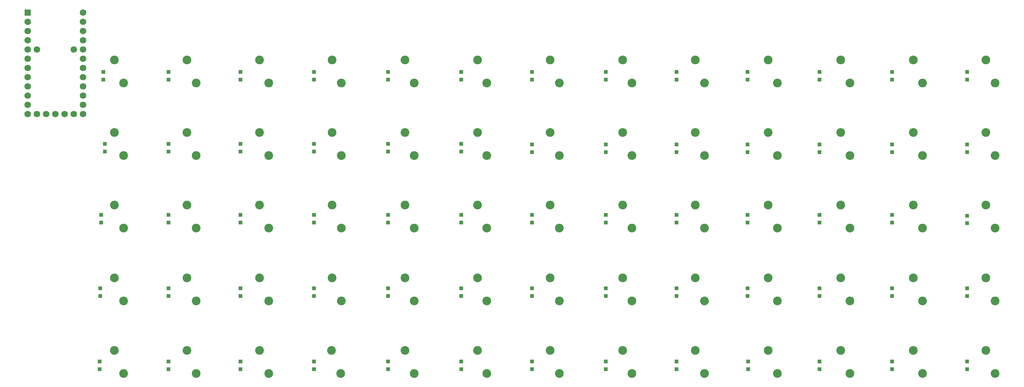
<source format=gbs>
G04 ---------------------------- Layer name :BOTTOM SOLDER LAYER*
G04 EasyEDA v5.4.12, Fri, 01 Jun 2018 01:53:27 GMT*
G04 b752a15d14d94793b98c049bcf485ef1*
G04 Gerber Generator version 0.2*
G04 Scale: 100 percent, Rotated: No, Reflected: No *
G04 Dimensions in millimeters *
G04 leading zeros omitted , absolute positions ,3 integer and 3 decimal *
%FSLAX33Y33*%
%MOMM*%
G90*
G71D02*

%ADD16R,1.103198X1.003198*%
%ADD19C,2.403196*%
%ADD20C,1.803197*%
%ADD21R,1.803197X1.803197*%

%LPD*%
G54D19*
G01X36972Y83948D03*
G01X34432Y90298D03*
G01X56972Y83948D03*
G01X54432Y90298D03*
G01X76972Y83948D03*
G01X74432Y90298D03*
G01X96972Y83948D03*
G01X94432Y90298D03*
G01X116972Y83948D03*
G01X114432Y90298D03*
G01X136972Y83948D03*
G01X134432Y90298D03*
G01X156972Y83948D03*
G01X154432Y90298D03*
G01X176971Y83948D03*
G01X174431Y90298D03*
G01X196971Y83948D03*
G01X194431Y90298D03*
G01X216971Y83948D03*
G01X214431Y90298D03*
G01X236971Y83948D03*
G01X234431Y90298D03*
G01X256971Y83948D03*
G01X254431Y90298D03*
G01X276971Y83948D03*
G01X274431Y90298D03*
G01X36972Y63948D03*
G01X34432Y70298D03*
G01X56972Y63948D03*
G01X54432Y70298D03*
G01X76972Y63948D03*
G01X74432Y70298D03*
G01X96972Y63948D03*
G01X94432Y70298D03*
G01X116972Y63948D03*
G01X114432Y70298D03*
G01X136972Y63948D03*
G01X134432Y70298D03*
G01X156972Y63948D03*
G01X154432Y70298D03*
G01X176971Y63948D03*
G01X174431Y70298D03*
G01X196971Y63948D03*
G01X194431Y70298D03*
G01X216971Y63948D03*
G01X214431Y70298D03*
G01X236971Y63948D03*
G01X234431Y70298D03*
G01X256971Y63948D03*
G01X254431Y70298D03*
G01X276971Y63948D03*
G01X274431Y70298D03*
G01X36972Y43948D03*
G01X34432Y50298D03*
G01X56972Y43948D03*
G01X54432Y50298D03*
G01X76972Y43948D03*
G01X74432Y50298D03*
G01X96972Y43948D03*
G01X94432Y50298D03*
G01X116972Y43948D03*
G01X114432Y50298D03*
G01X136972Y43948D03*
G01X134432Y50298D03*
G01X156972Y43948D03*
G01X154432Y50298D03*
G01X176971Y43948D03*
G01X174431Y50298D03*
G01X196971Y43948D03*
G01X194431Y50298D03*
G01X216971Y43948D03*
G01X214431Y50298D03*
G01X236971Y43948D03*
G01X234431Y50298D03*
G01X256971Y43948D03*
G01X254431Y50298D03*
G01X276971Y43948D03*
G01X274431Y50298D03*
G01X36972Y23948D03*
G01X34432Y30298D03*
G01X56972Y23948D03*
G01X54432Y30298D03*
G01X76972Y23948D03*
G01X74432Y30298D03*
G01X96972Y23948D03*
G01X94432Y30298D03*
G01X116972Y23948D03*
G01X114432Y30298D03*
G01X136972Y23948D03*
G01X134432Y30298D03*
G01X156972Y23948D03*
G01X154432Y30298D03*
G01X176971Y23948D03*
G01X174431Y30298D03*
G01X196971Y23948D03*
G01X194431Y30298D03*
G01X216971Y23948D03*
G01X214431Y30298D03*
G01X236971Y23948D03*
G01X234431Y30298D03*
G01X256971Y23948D03*
G01X254431Y30298D03*
G01X276971Y23948D03*
G01X274431Y30298D03*
G01X36972Y3948D03*
G01X34432Y10298D03*
G01X56972Y3948D03*
G01X54432Y10298D03*
G01X76972Y3948D03*
G01X74432Y10298D03*
G01X96766Y3948D03*
G01X94226Y10298D03*
G01X116972Y3948D03*
G01X114432Y10298D03*
G01X136972Y3948D03*
G01X134432Y10298D03*
G01X156972Y3948D03*
G01X154432Y10298D03*
G01X176971Y3948D03*
G01X174431Y10298D03*
G01X196971Y3948D03*
G01X194431Y10298D03*
G01X216971Y3948D03*
G01X214431Y10298D03*
G01X236971Y3948D03*
G01X234431Y10298D03*
G01X256971Y3948D03*
G01X254431Y10298D03*
G01X276971Y3948D03*
G01X274431Y10298D03*
G54D16*
G01X31402Y86996D03*
G01X31402Y84896D03*
G01X49400Y86998D03*
G01X49400Y84898D03*
G01X69199Y86998D03*
G01X69199Y84898D03*
G01X89400Y86998D03*
G01X89400Y84898D03*
G01X109799Y86998D03*
G01X109799Y84898D03*
G01X130002Y86996D03*
G01X130002Y84896D03*
G01X149402Y86996D03*
G01X149402Y84896D03*
G01X169799Y86998D03*
G01X169799Y84898D03*
G01X189202Y86996D03*
G01X189202Y84896D03*
G01X208800Y86996D03*
G01X208800Y84896D03*
G01X228600Y86998D03*
G01X228600Y84898D03*
G01X248602Y86996D03*
G01X248602Y84896D03*
G01X269201Y86996D03*
G01X269201Y84896D03*
G01X31803Y67196D03*
G01X31803Y65096D03*
G01X49400Y67199D03*
G01X49400Y65099D03*
G01X69199Y67199D03*
G01X69199Y65099D03*
G01X89400Y67199D03*
G01X89400Y65099D03*
G01X109799Y67199D03*
G01X109799Y65099D03*
G01X129999Y67199D03*
G01X129999Y65099D03*
G01X149400Y66998D03*
G01X149400Y64898D03*
G01X169799Y66998D03*
G01X169799Y64898D03*
G01X189199Y66998D03*
G01X189199Y64898D03*
G01X208800Y66996D03*
G01X208800Y64896D03*
G01X228602Y66996D03*
G01X228602Y64896D03*
G01X248602Y66996D03*
G01X248602Y64896D03*
G01X269201Y66996D03*
G01X269201Y64896D03*
G01X30800Y47598D03*
G01X30800Y45498D03*
G01X49403Y47595D03*
G01X49403Y45495D03*
G01X69199Y47598D03*
G01X69199Y45498D03*
G01X89402Y47595D03*
G01X89402Y45495D03*
G01X109799Y47598D03*
G01X109799Y45498D03*
G01X130002Y47595D03*
G01X130002Y45495D03*
G01X149400Y47598D03*
G01X149400Y45498D03*
G01X169799Y47598D03*
G01X169799Y45498D03*
G01X189199Y47598D03*
G01X189199Y45498D03*
G01X208800Y47598D03*
G01X208800Y45498D03*
G01X228600Y47598D03*
G01X228600Y45498D03*
G01X248599Y47598D03*
G01X248599Y45498D03*
G01X269199Y47397D03*
G01X269199Y45297D03*
G01X30599Y27397D03*
G01X30599Y25297D03*
G01X49403Y27397D03*
G01X49403Y25297D03*
G01X69199Y27397D03*
G01X69199Y25297D03*
G01X89400Y27397D03*
G01X89400Y25297D03*
G01X109799Y27397D03*
G01X109799Y25297D03*
G01X129999Y27397D03*
G01X129999Y25297D03*
G01X149402Y27397D03*
G01X149402Y25297D03*
G01X169799Y27397D03*
G01X169799Y25297D03*
G01X189199Y27397D03*
G01X189199Y25297D03*
G01X208800Y27397D03*
G01X208800Y25297D03*
G01X228600Y27397D03*
G01X228600Y25297D03*
G01X248599Y27397D03*
G01X248599Y25297D03*
G01X269199Y27397D03*
G01X269199Y25297D03*
G01X30401Y7199D03*
G01X30401Y5099D03*
G01X49403Y7197D03*
G01X49403Y5097D03*
G01X69199Y7199D03*
G01X69199Y5099D03*
G01X89400Y7199D03*
G01X89400Y5099D03*
G01X109799Y7199D03*
G01X109799Y5099D03*
G01X129999Y7199D03*
G01X129999Y5099D03*
G01X149400Y7199D03*
G01X149400Y5099D03*
G01X169799Y7199D03*
G01X169799Y5099D03*
G01X189199Y7199D03*
G01X189199Y5099D03*
G01X208998Y7199D03*
G01X208998Y5099D03*
G01X228600Y7199D03*
G01X228600Y5099D03*
G01X248599Y7199D03*
G01X248599Y5099D03*
G01X269201Y7197D03*
G01X269201Y5097D03*
G54D20*
G01X25819Y103371D03*
G01X25819Y100831D03*
G01X25819Y98291D03*
G01X25819Y95751D03*
G01X25819Y93211D03*
G01X25819Y88131D03*
G01X25819Y90671D03*
G01X25819Y85591D03*
G01X25819Y83051D03*
G01X25819Y80511D03*
G01X25819Y75431D03*
G01X25819Y77971D03*
G54D21*
G01X10579Y103371D03*
G54D20*
G01X10579Y100831D03*
G01X10579Y98291D03*
G01X10579Y95751D03*
G01X10579Y93211D03*
G01X10579Y88131D03*
G01X10579Y90671D03*
G01X10579Y85591D03*
G01X10579Y83051D03*
G01X10579Y80511D03*
G01X10579Y75431D03*
G01X10579Y77971D03*
G01X13119Y75431D03*
G01X15659Y75431D03*
G01X18199Y75431D03*
G01X20739Y75431D03*
G01X23279Y75431D03*
G01X13119Y93211D03*
G01X23279Y93211D03*
M00*
M02*

</source>
